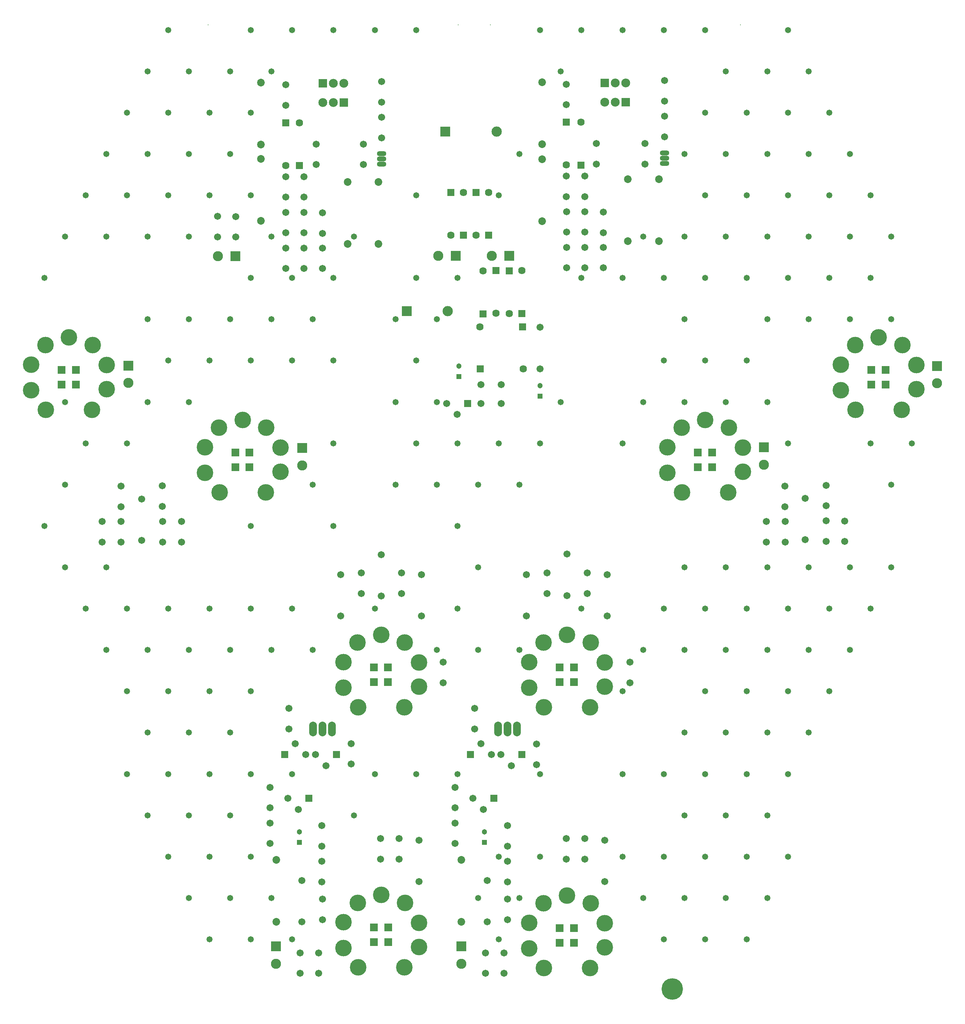
<source format=gbs>
G04*
G04 #@! TF.GenerationSoftware,Altium Limited,Altium Designer,24.5.2 (23)*
G04*
G04 Layer_Color=16711935*
%FSLAX44Y44*%
%MOMM*%
G71*
G04*
G04 #@! TF.SameCoordinates,D553E347-6E3C-48DD-9562-C4322221CC57*
G04*
G04*
G04 #@! TF.FilePolarity,Negative*
G04*
G01*
G75*
%ADD25C,5.2032*%
%ADD26C,2.4524*%
%ADD27R,2.4524X2.4524*%
%ADD28C,1.7032*%
%ADD29R,1.9632X1.9632*%
%ADD30C,4.0132*%
%ADD31R,1.7112X1.7112*%
%ADD32C,1.7112*%
%ADD33R,2.4892X2.4892*%
%ADD34C,2.4892*%
%ADD35R,1.3032X1.3032*%
%ADD36C,1.3032*%
%ADD37C,1.8542*%
%ADD38R,2.1382X2.1382*%
%ADD39C,2.1382*%
%ADD40R,1.7932X1.7932*%
%ADD41C,1.7932*%
%ADD42R,1.7932X1.7932*%
%ADD43O,2.2832X1.2432*%
%ADD44C,0.2032*%
%ADD45R,2.4524X2.4524*%
%ADD46O,1.8796X3.5560*%
%ADD47C,1.4732*%
D25*
X2819943Y280079D02*
D03*
D26*
X1720252Y2052574D02*
D03*
X1860804Y341122D02*
D03*
X2309622D02*
D03*
X1924558Y1546352D02*
D03*
X1503934Y1745906D02*
D03*
X2253742Y2053446D02*
D03*
X2383282D02*
D03*
X3041904Y1548294D02*
D03*
X3460750Y1745144D02*
D03*
D27*
X1762252Y2052574D02*
D03*
X2295742Y2053446D02*
D03*
X2425282D02*
D03*
D28*
X1719326Y2099396D02*
D03*
Y2148926D02*
D03*
X1763522Y2098946D02*
D03*
Y2148476D02*
D03*
X2017522Y1182226D02*
D03*
Y1282556D02*
D03*
X2467102Y1182226D02*
D03*
Y1282556D02*
D03*
X2213102Y1182226D02*
D03*
Y1282556D02*
D03*
X2662682Y1182226D02*
D03*
Y1282556D02*
D03*
X2206752Y539276D02*
D03*
Y639606D02*
D03*
X2656332Y539276D02*
D03*
Y639606D02*
D03*
X1923542Y442116D02*
D03*
Y542446D02*
D03*
X2371852Y442116D02*
D03*
Y542446D02*
D03*
X2115312Y1230376D02*
D03*
Y1330706D02*
D03*
X2564892Y1231646D02*
D03*
Y1331976D02*
D03*
X1535684Y1364808D02*
D03*
Y1465138D02*
D03*
X3141903Y1366586D02*
D03*
Y1466916D02*
D03*
X2500122Y1880726D02*
D03*
Y1780396D02*
D03*
X1884172Y2467466D02*
D03*
Y2417936D02*
D03*
X2116582Y2339196D02*
D03*
Y2388726D02*
D03*
Y2425556D02*
D03*
Y2475086D02*
D03*
X1957832Y2323956D02*
D03*
Y2274426D02*
D03*
X2072132Y2323956D02*
D03*
Y2274426D02*
D03*
X1884172Y2022966D02*
D03*
Y2072496D02*
D03*
X1928622Y2022966D02*
D03*
Y2072496D02*
D03*
X1973072Y2022966D02*
D03*
Y2072496D02*
D03*
Y2108056D02*
D03*
Y2157586D02*
D03*
X1884172Y2109326D02*
D03*
Y2158856D02*
D03*
X1928622Y2109326D02*
D03*
Y2158856D02*
D03*
Y2195686D02*
D03*
Y2245216D02*
D03*
X1884172Y2195686D02*
D03*
Y2245216D02*
D03*
X2563622Y2468626D02*
D03*
Y2419096D02*
D03*
X2801112Y2341626D02*
D03*
Y2391156D02*
D03*
Y2427986D02*
D03*
Y2477516D02*
D03*
X2636012Y2325116D02*
D03*
Y2275586D02*
D03*
X2754122Y2325116D02*
D03*
Y2275586D02*
D03*
X2564060Y2024594D02*
D03*
Y2074124D02*
D03*
X2608510Y2024594D02*
D03*
Y2074124D02*
D03*
X2652960Y2024594D02*
D03*
Y2074124D02*
D03*
Y2109684D02*
D03*
Y2159214D02*
D03*
X2564060Y2110954D02*
D03*
Y2160484D02*
D03*
X2608510Y2110954D02*
D03*
Y2160484D02*
D03*
X2608072Y2196846D02*
D03*
Y2246376D02*
D03*
X2563622Y2196846D02*
D03*
Y2246376D02*
D03*
X2067052Y1236836D02*
D03*
Y1286366D02*
D03*
X2516632Y1236836D02*
D03*
Y1286366D02*
D03*
X1586230Y1410528D02*
D03*
Y1360998D02*
D03*
X3093135Y1410528D02*
D03*
Y1360998D02*
D03*
X2164842Y1236836D02*
D03*
Y1286366D02*
D03*
X2614422Y1236836D02*
D03*
Y1286366D02*
D03*
X1585722Y1496888D02*
D03*
Y1447358D02*
D03*
X3092881Y1496380D02*
D03*
Y1446850D02*
D03*
X1963928Y367064D02*
D03*
Y317534D02*
D03*
X2412746Y367064D02*
D03*
Y317534D02*
D03*
X1485900Y1496380D02*
D03*
Y1446850D02*
D03*
X3192449Y1498412D02*
D03*
Y1448882D02*
D03*
X2158492Y593886D02*
D03*
Y643416D02*
D03*
X2608072Y593886D02*
D03*
Y643416D02*
D03*
X2265172Y1070466D02*
D03*
Y1020936D02*
D03*
X2717292Y1070466D02*
D03*
Y1020936D02*
D03*
X1485827Y1410709D02*
D03*
Y1361179D02*
D03*
X3192449Y1412560D02*
D03*
Y1363030D02*
D03*
X1919478Y367064D02*
D03*
Y317534D02*
D03*
X2368296Y367064D02*
D03*
Y317534D02*
D03*
X2114042Y593886D02*
D03*
Y643416D02*
D03*
X2563622Y593886D02*
D03*
Y643416D02*
D03*
X1846072Y718006D02*
D03*
Y767536D02*
D03*
X2294382Y718006D02*
D03*
Y767536D02*
D03*
X1846072Y631646D02*
D03*
Y681176D02*
D03*
X2294382Y631646D02*
D03*
Y681176D02*
D03*
X2042922Y824086D02*
D03*
Y873616D02*
D03*
X2491232Y822816D02*
D03*
Y872346D02*
D03*
X1891792Y909066D02*
D03*
Y958596D02*
D03*
X2341372Y909066D02*
D03*
Y958596D02*
D03*
X1973072Y447496D02*
D03*
Y497026D02*
D03*
X2421382Y447496D02*
D03*
Y497026D02*
D03*
X1971802Y588466D02*
D03*
Y538936D02*
D03*
X2421382Y588466D02*
D03*
Y538936D02*
D03*
X1971802Y674826D02*
D03*
Y625296D02*
D03*
X2421382Y674826D02*
D03*
Y625296D02*
D03*
X2406142Y1696576D02*
D03*
X2356612D02*
D03*
X2406142Y1742296D02*
D03*
X2356612D02*
D03*
X1631950Y1410528D02*
D03*
Y1360998D02*
D03*
X3048177Y1410528D02*
D03*
Y1360998D02*
D03*
X1439926Y1410782D02*
D03*
Y1361252D02*
D03*
X3237153Y1412052D02*
D03*
Y1362522D02*
D03*
D29*
X2097532Y1022350D02*
D03*
X2131822D02*
D03*
X2097532Y1057910D02*
D03*
X2131822D02*
D03*
X2098040Y393192D02*
D03*
X2132330D02*
D03*
X2098040Y428752D02*
D03*
X2132330D02*
D03*
X2547874Y391922D02*
D03*
X2582164D02*
D03*
X2547874Y427482D02*
D03*
X2582164D02*
D03*
X2547620Y1022350D02*
D03*
X2581910D02*
D03*
X2547620Y1057910D02*
D03*
X2581910D02*
D03*
X1762252Y1542288D02*
D03*
X1796542D02*
D03*
X1762252Y1577848D02*
D03*
X1796542D02*
D03*
X2882138Y1542288D02*
D03*
X2916428D02*
D03*
X2882138Y1577848D02*
D03*
X2916428D02*
D03*
X1342136Y1742186D02*
D03*
X1376426D02*
D03*
X1342136Y1777746D02*
D03*
X1376426D02*
D03*
X3302000Y1742186D02*
D03*
X3336290D02*
D03*
X3302000Y1777746D02*
D03*
X3336290D02*
D03*
D30*
X2115312Y1136650D02*
D03*
X2171192Y961390D02*
D03*
X2206752Y1010920D02*
D03*
Y1069340D02*
D03*
X2172462Y1117600D02*
D03*
X2058162D02*
D03*
X2023872Y1070610D02*
D03*
Y1008380D02*
D03*
X2059432Y961390D02*
D03*
X2115820Y507492D02*
D03*
X2171700Y332232D02*
D03*
X2207260Y381762D02*
D03*
Y440182D02*
D03*
X2172970Y488442D02*
D03*
X2058670D02*
D03*
X2024380Y441452D02*
D03*
Y379222D02*
D03*
X2059940Y332232D02*
D03*
X2565654Y506222D02*
D03*
X2621534Y330962D02*
D03*
X2657094Y380492D02*
D03*
Y438912D02*
D03*
X2622804Y487172D02*
D03*
X2508504D02*
D03*
X2474214Y440182D02*
D03*
Y377952D02*
D03*
X2509774Y330962D02*
D03*
X2565400Y1136650D02*
D03*
X2621280Y961390D02*
D03*
X2656840Y1010920D02*
D03*
Y1069340D02*
D03*
X2622550Y1117600D02*
D03*
X2508250D02*
D03*
X2473960Y1070610D02*
D03*
Y1008380D02*
D03*
X2509520Y961390D02*
D03*
X1835912Y1481328D02*
D03*
X1871472Y1530858D02*
D03*
Y1589278D02*
D03*
X1837182Y1637538D02*
D03*
X1780032Y1656588D02*
D03*
X1722882Y1637538D02*
D03*
X1688592Y1590548D02*
D03*
Y1528318D02*
D03*
X1724152Y1481328D02*
D03*
X2955798D02*
D03*
X2991358Y1530858D02*
D03*
Y1589278D02*
D03*
X2957068Y1637538D02*
D03*
X2899918Y1656588D02*
D03*
X2842768Y1637538D02*
D03*
X2808478Y1590548D02*
D03*
Y1528318D02*
D03*
X2844038Y1481328D02*
D03*
X1415796Y1681226D02*
D03*
X1451356Y1730756D02*
D03*
Y1789176D02*
D03*
X1417066Y1837436D02*
D03*
X1359916Y1856486D02*
D03*
X1302766Y1837436D02*
D03*
X1268476Y1790446D02*
D03*
Y1728216D02*
D03*
X1304036Y1681226D02*
D03*
X3375660Y1681226D02*
D03*
X3411220Y1730756D02*
D03*
Y1789176D02*
D03*
X3376930Y1837436D02*
D03*
X3319780Y1856486D02*
D03*
X3262630Y1837436D02*
D03*
X3228340Y1790446D02*
D03*
Y1728216D02*
D03*
X3263900Y1681226D02*
D03*
D31*
X1881632Y846946D02*
D03*
X2331212D02*
D03*
X1940052Y740866D02*
D03*
X2388362Y740866D02*
D03*
X2007362Y846946D02*
D03*
X2455672D02*
D03*
X2324862Y1696576D02*
D03*
D32*
X1907032Y873616D02*
D03*
X1932432Y846946D02*
D03*
X2356612Y873616D02*
D03*
X2382012Y846946D02*
D03*
X1914652Y714196D02*
D03*
X1889252Y740866D02*
D03*
X2362962Y714196D02*
D03*
X2337562Y740866D02*
D03*
X1981962Y820276D02*
D03*
X1956562Y846946D02*
D03*
X2430272Y820276D02*
D03*
X2404872Y846946D02*
D03*
X2299462Y1669906D02*
D03*
X2274062Y1696576D02*
D03*
D33*
X2270252Y2354436D02*
D03*
X2177542Y1920096D02*
D03*
D34*
X2394712Y2354436D02*
D03*
X2276602Y1920096D02*
D03*
D35*
X1917192Y634186D02*
D03*
X2365502Y634186D02*
D03*
X2303272Y1761346D02*
D03*
X2500122Y1714356D02*
D03*
D36*
X1917192Y659586D02*
D03*
X2365502Y659586D02*
D03*
X2303272Y1786746D02*
D03*
X2500122Y1739756D02*
D03*
D37*
X1824482Y2322686D02*
D03*
Y2472546D02*
D03*
X2108962Y2082656D02*
D03*
Y2232516D02*
D03*
X2034032Y2082656D02*
D03*
Y2232516D02*
D03*
X1824482Y2138536D02*
D03*
Y2288396D02*
D03*
X2505202Y2323846D02*
D03*
Y2473706D02*
D03*
X2787580Y2089364D02*
D03*
Y2239224D02*
D03*
X2712650Y2089364D02*
D03*
Y2239224D02*
D03*
X2505202Y2137156D02*
D03*
Y2287016D02*
D03*
X1861312Y442116D02*
D03*
Y591976D02*
D03*
X2309622Y442116D02*
D03*
Y591976D02*
D03*
D38*
X2025142Y2424286D02*
D03*
X2707132Y2425446D02*
D03*
X1974342Y2471276D02*
D03*
X2656770Y2471634D02*
D03*
D39*
X1999742Y2424286D02*
D03*
X1974342D02*
D03*
X2681732Y2425446D02*
D03*
X2656332D02*
D03*
X1999742Y2471276D02*
D03*
X2025142D02*
D03*
X2682170Y2471634D02*
D03*
X2707570D02*
D03*
D40*
X1917192Y2271866D02*
D03*
X2599182Y2273026D02*
D03*
X2375656Y2103246D02*
D03*
X2345176Y2206846D02*
D03*
X2314696Y2103246D02*
D03*
X2284216Y2206846D02*
D03*
X2425192Y2017346D02*
D03*
X2455672Y1914016D02*
D03*
X2393442Y2017886D02*
D03*
X2362167Y1913376D02*
D03*
X1884172Y2375466D02*
D03*
X2563622Y2376916D02*
D03*
D41*
X1917192Y2375466D02*
D03*
X2599182Y2376626D02*
D03*
X2375656Y2206846D02*
D03*
X2345176Y2103246D02*
D03*
X2314696Y2206846D02*
D03*
X2284216Y2103246D02*
D03*
X2425192Y1913746D02*
D03*
X2455672Y2017616D02*
D03*
X2393442Y1914286D02*
D03*
X2362167Y2016976D02*
D03*
X2459212Y1780396D02*
D03*
X2354342Y1881996D02*
D03*
X1884172Y2271866D02*
D03*
X2563622Y2273316D02*
D03*
D42*
X2355612Y1780396D02*
D03*
X2457942Y1881996D02*
D03*
D43*
X2116582Y2275696D02*
D03*
Y2288396D02*
D03*
Y2301096D02*
D03*
X2801112Y2276856D02*
D03*
Y2289556D02*
D03*
Y2302256D02*
D03*
D44*
X2302002Y2612246D02*
D03*
X1696459Y2612206D02*
D03*
X2985015Y2612287D02*
D03*
X2379472Y2612246D02*
D03*
D45*
X1860804Y383122D02*
D03*
X2309622D02*
D03*
X1924558Y1588352D02*
D03*
X1503934Y1787906D02*
D03*
X3041904Y1590294D02*
D03*
X3460750Y1787144D02*
D03*
D46*
X1995932Y909176D02*
D03*
X1973072D02*
D03*
X1950212D02*
D03*
X2444242D02*
D03*
X2421382D02*
D03*
X2398522D02*
D03*
D47*
X3400000Y1600000D02*
D03*
X3300000Y2200000D02*
D03*
X3350000Y2100000D02*
D03*
X3300000Y2000000D02*
D03*
X3350000Y1900000D02*
D03*
X3300000Y1600000D02*
D03*
X3350000Y1500000D02*
D03*
Y1300000D02*
D03*
X3300000Y1200000D02*
D03*
X3200000Y2400000D02*
D03*
X3250000Y2300000D02*
D03*
X3200000Y2200000D02*
D03*
X3250000Y2100000D02*
D03*
X3200000Y2000000D02*
D03*
X3250000Y1900000D02*
D03*
Y1300000D02*
D03*
X3200000Y1200000D02*
D03*
X3250000Y1100000D02*
D03*
X3200000Y1000000D02*
D03*
X3100000Y2600000D02*
D03*
X3150000Y2500000D02*
D03*
X3100000Y2400000D02*
D03*
X3150000Y2300000D02*
D03*
X3100000Y2200000D02*
D03*
X3150000Y2100000D02*
D03*
X3100000Y2000000D02*
D03*
X3150000Y1900000D02*
D03*
X3100000Y1600000D02*
D03*
X3150000Y1300000D02*
D03*
X3100000Y1200000D02*
D03*
X3150000Y1100000D02*
D03*
X3100000Y1000000D02*
D03*
X3150000Y900000D02*
D03*
X3100000Y800000D02*
D03*
Y600000D02*
D03*
X3050000Y2500000D02*
D03*
X3000000Y2400000D02*
D03*
X3050000Y2300000D02*
D03*
X3000000Y2200000D02*
D03*
X3050000Y2100000D02*
D03*
X3000000Y2000000D02*
D03*
X3050000Y1900000D02*
D03*
X3000000Y1800000D02*
D03*
X3050000Y1700000D02*
D03*
Y1300000D02*
D03*
X3000000Y1200000D02*
D03*
X3050000Y1100000D02*
D03*
X3000000Y1000000D02*
D03*
X3050000Y900000D02*
D03*
X3000000Y800000D02*
D03*
X3050000Y700000D02*
D03*
X3000000Y600000D02*
D03*
X3050000Y500000D02*
D03*
X3000000Y400000D02*
D03*
X2900000Y2600000D02*
D03*
X2950000Y2500000D02*
D03*
X2900000Y2400000D02*
D03*
X2950000Y2300000D02*
D03*
X2900000Y2200000D02*
D03*
X2950000Y2100000D02*
D03*
X2900000Y2000000D02*
D03*
Y1800000D02*
D03*
X2950000Y1700000D02*
D03*
Y1300000D02*
D03*
X2900000Y1200000D02*
D03*
X2950000Y1100000D02*
D03*
X2900000Y1000000D02*
D03*
X2950000Y900000D02*
D03*
X2900000Y800000D02*
D03*
X2950000Y700000D02*
D03*
X2900000Y600000D02*
D03*
X2950000Y500000D02*
D03*
X2900000Y400000D02*
D03*
X2800000Y2600000D02*
D03*
X2850000Y2300000D02*
D03*
Y2100000D02*
D03*
X2800000Y2000000D02*
D03*
X2850000Y1900000D02*
D03*
X2800000Y1800000D02*
D03*
X2850000Y1700000D02*
D03*
Y1300000D02*
D03*
X2800000Y1200000D02*
D03*
X2850000Y1100000D02*
D03*
Y900000D02*
D03*
X2800000Y800000D02*
D03*
X2850000Y700000D02*
D03*
X2800000Y600000D02*
D03*
X2850000Y500000D02*
D03*
X2800000Y400000D02*
D03*
X2700000Y2600000D02*
D03*
X2750000Y2100000D02*
D03*
X2700000Y2000000D02*
D03*
X2750000Y1700000D02*
D03*
X2700000Y1600000D02*
D03*
X2750000Y1100000D02*
D03*
X2700000Y1000000D02*
D03*
Y800000D02*
D03*
Y600000D02*
D03*
X2750000Y500000D02*
D03*
X2600000Y2600000D02*
D03*
Y2000000D02*
D03*
Y1200000D02*
D03*
X2500000Y2600000D02*
D03*
X2550000Y2500000D02*
D03*
Y1700000D02*
D03*
X2500000Y1600000D02*
D03*
Y800000D02*
D03*
Y600000D02*
D03*
X2450000Y2300000D02*
D03*
X2400000Y2200000D02*
D03*
Y1600000D02*
D03*
X2450000Y1500000D02*
D03*
Y1100000D02*
D03*
X2400000Y600000D02*
D03*
X2450000Y500000D02*
D03*
X2400000Y400000D02*
D03*
X2300000Y2000000D02*
D03*
Y1600000D02*
D03*
X2350000Y1500000D02*
D03*
X2300000Y1400000D02*
D03*
X2350000Y1300000D02*
D03*
X2300000Y1200000D02*
D03*
X2350000Y1100000D02*
D03*
X2300000Y800000D02*
D03*
X2350000Y500000D02*
D03*
X2200000Y2600000D02*
D03*
Y2200000D02*
D03*
Y2000000D02*
D03*
X2250000Y1900000D02*
D03*
X2200000Y1800000D02*
D03*
X2250000Y1700000D02*
D03*
X2200000Y1600000D02*
D03*
X2250000Y1500000D02*
D03*
Y1100000D02*
D03*
X2200000Y800000D02*
D03*
X2100000Y2600000D02*
D03*
X2150000Y1900000D02*
D03*
Y1700000D02*
D03*
Y1500000D02*
D03*
X2100000Y1200000D02*
D03*
Y800000D02*
D03*
X2000000Y2600000D02*
D03*
X2050000Y2100000D02*
D03*
X2000000Y2000000D02*
D03*
Y1800000D02*
D03*
Y1600000D02*
D03*
Y1400000D02*
D03*
X2050000Y700000D02*
D03*
X1900000Y2600000D02*
D03*
Y2000000D02*
D03*
X1950000Y1900000D02*
D03*
X1900000Y1800000D02*
D03*
X1950000Y1500000D02*
D03*
X1900000Y1200000D02*
D03*
X1950000Y1100000D02*
D03*
X1900000Y800000D02*
D03*
Y400000D02*
D03*
X1800000Y2600000D02*
D03*
X1850000Y2500000D02*
D03*
X1800000Y2400000D02*
D03*
Y2200000D02*
D03*
X1850000Y2100000D02*
D03*
X1800000Y2000000D02*
D03*
X1850000Y1900000D02*
D03*
X1800000Y1800000D02*
D03*
Y1400000D02*
D03*
Y1200000D02*
D03*
X1850000Y1100000D02*
D03*
X1800000Y1000000D02*
D03*
Y800000D02*
D03*
Y600000D02*
D03*
X1850000Y500000D02*
D03*
X1800000Y400000D02*
D03*
X1750000Y2500000D02*
D03*
X1700000Y2400000D02*
D03*
X1750000Y2300000D02*
D03*
X1700000Y2200000D02*
D03*
X1750000Y1900000D02*
D03*
X1700000Y1800000D02*
D03*
Y1200000D02*
D03*
X1750000Y1100000D02*
D03*
X1700000Y1000000D02*
D03*
X1750000Y900000D02*
D03*
X1700000Y800000D02*
D03*
X1750000Y700000D02*
D03*
X1700000Y600000D02*
D03*
X1750000Y500000D02*
D03*
X1700000Y400000D02*
D03*
X1600000Y2600000D02*
D03*
X1650000Y2500000D02*
D03*
X1600000Y2400000D02*
D03*
X1650000Y2300000D02*
D03*
X1600000Y2200000D02*
D03*
X1650000Y2100000D02*
D03*
Y1900000D02*
D03*
X1600000Y1800000D02*
D03*
X1650000Y1700000D02*
D03*
X1600000Y1200000D02*
D03*
X1650000Y1100000D02*
D03*
X1600000Y1000000D02*
D03*
X1650000Y900000D02*
D03*
X1600000Y800000D02*
D03*
X1650000Y700000D02*
D03*
X1600000Y600000D02*
D03*
X1650000Y500000D02*
D03*
X1550000Y2500000D02*
D03*
X1500000Y2400000D02*
D03*
X1550000Y2300000D02*
D03*
X1500000Y2200000D02*
D03*
X1550000Y2100000D02*
D03*
Y1900000D02*
D03*
Y1700000D02*
D03*
X1500000Y1600000D02*
D03*
Y1200000D02*
D03*
X1550000Y1100000D02*
D03*
X1500000Y1000000D02*
D03*
X1550000Y900000D02*
D03*
X1500000Y800000D02*
D03*
X1550000Y700000D02*
D03*
X1450000Y2300000D02*
D03*
X1400000Y2200000D02*
D03*
X1450000Y2100000D02*
D03*
X1400000Y1600000D02*
D03*
X1450000Y1300000D02*
D03*
X1400000Y1200000D02*
D03*
X1450000Y1100000D02*
D03*
X1350000Y2100000D02*
D03*
X1300000Y2000000D02*
D03*
X1350000Y1700000D02*
D03*
Y1500000D02*
D03*
X1300000Y1400000D02*
D03*
X1350000Y1300000D02*
D03*
M02*

</source>
